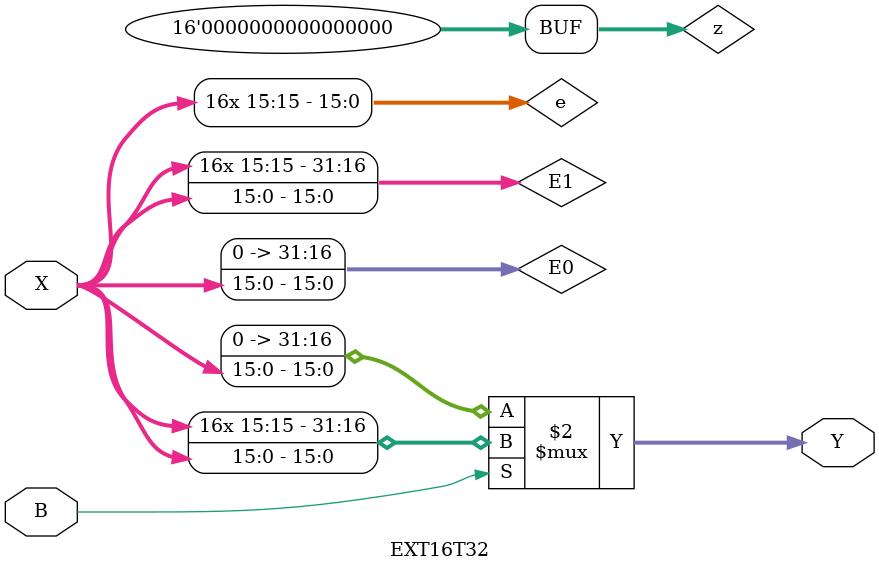
<source format=v>
`ifndef EXT16T32_V
`define EXT16T32_V
module EXT16T32(
    input[15:0]X,
    input B,
    output[31:0] Y
);
    wire[31:0] E0,E1;
    wire[15:0] e={16{X[15]}};
    wire[15:0] z=0;
    assign E0 = {z, X};
    assign E1 = {e, X};
    assign Y=(B==0)?E0:E1;
    //MUX2X32 i(E0, E1, B, Y);

endmodule
`endif
</source>
